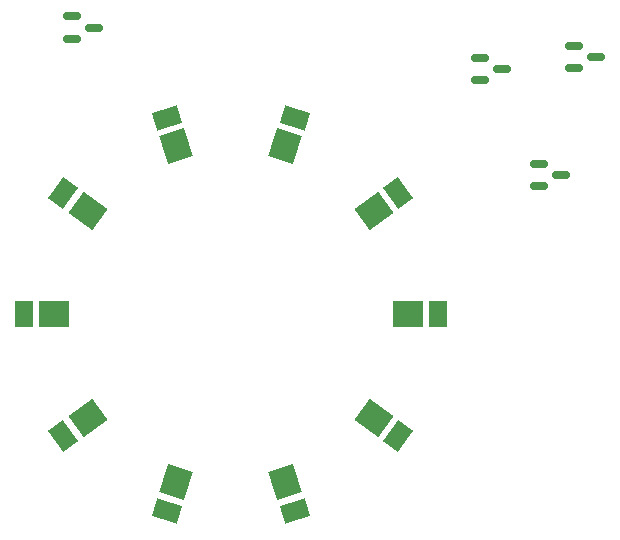
<source format=gtp>
G04 #@! TF.GenerationSoftware,KiCad,Pcbnew,(6.0.9-0)*
G04 #@! TF.CreationDate,2024-08-31T06:56:55+09:00*
G04 #@! TF.ProjectId,LEDHat,4c454448-6174-42e6-9b69-6361645f7063,rev?*
G04 #@! TF.SameCoordinates,Original*
G04 #@! TF.FileFunction,Paste,Top*
G04 #@! TF.FilePolarity,Positive*
%FSLAX46Y46*%
G04 Gerber Fmt 4.6, Leading zero omitted, Abs format (unit mm)*
G04 Created by KiCad (PCBNEW (6.0.9-0)) date 2024-08-31 06:56:55*
%MOMM*%
%LPD*%
G01*
G04 APERTURE LIST*
G04 Aperture macros list*
%AMRoundRect*
0 Rectangle with rounded corners*
0 $1 Rounding radius*
0 $2 $3 $4 $5 $6 $7 $8 $9 X,Y pos of 4 corners*
0 Add a 4 corners polygon primitive as box body*
4,1,4,$2,$3,$4,$5,$6,$7,$8,$9,$2,$3,0*
0 Add four circle primitives for the rounded corners*
1,1,$1+$1,$2,$3*
1,1,$1+$1,$4,$5*
1,1,$1+$1,$6,$7*
1,1,$1+$1,$8,$9*
0 Add four rect primitives between the rounded corners*
20,1,$1+$1,$2,$3,$4,$5,0*
20,1,$1+$1,$4,$5,$6,$7,0*
20,1,$1+$1,$6,$7,$8,$9,0*
20,1,$1+$1,$8,$9,$2,$3,0*%
%AMRotRect*
0 Rectangle, with rotation*
0 The origin of the aperture is its center*
0 $1 length*
0 $2 width*
0 $3 Rotation angle, in degrees counterclockwise*
0 Add horizontal line*
21,1,$1,$2,0,0,$3*%
G04 Aperture macros list end*
%ADD10RotRect,2.500000X2.200000X144.000000*%
%ADD11RotRect,1.550000X2.200000X144.000000*%
%ADD12RotRect,2.500000X2.200000X108.000000*%
%ADD13RotRect,1.550000X2.200000X108.000000*%
%ADD14RoundRect,0.150000X-0.587500X-0.150000X0.587500X-0.150000X0.587500X0.150000X-0.587500X0.150000X0*%
%ADD15RotRect,2.500000X2.200000X216.000000*%
%ADD16RotRect,1.550000X2.200000X216.000000*%
%ADD17RotRect,2.500000X2.200000X252.000000*%
%ADD18RotRect,1.550000X2.200000X252.000000*%
%ADD19R,2.500000X2.200000*%
%ADD20R,1.550000X2.200000*%
%ADD21RotRect,2.500000X2.200000X72.000000*%
%ADD22RotRect,1.550000X2.200000X72.000000*%
%ADD23RotRect,2.500000X2.200000X288.000000*%
%ADD24RotRect,1.550000X2.200000X288.000000*%
%ADD25RotRect,2.500000X2.200000X36.000000*%
%ADD26RotRect,1.550000X2.200000X36.000000*%
%ADD27RotRect,2.500000X2.200000X324.000000*%
%ADD28RotRect,1.550000X2.200000X324.000000*%
G04 APERTURE END LIST*
D10*
X69405196Y-85000000D03*
D11*
X67321977Y-83486452D03*
D12*
X76880196Y-79569094D03*
D13*
X76084477Y-77120124D03*
D14*
X110562500Y-71050000D03*
X110562500Y-72950000D03*
X112437500Y-72000000D03*
X107562500Y-81050000D03*
X107562500Y-82950000D03*
X109437500Y-82000000D03*
X68062500Y-68550000D03*
X68062500Y-70450000D03*
X69937500Y-69500000D03*
D15*
X69380196Y-102574778D03*
D16*
X67296977Y-104088326D03*
D17*
X76880196Y-108005684D03*
D18*
X76084477Y-110454654D03*
D19*
X96500000Y-93787389D03*
D20*
X99075000Y-93787389D03*
D21*
X86119804Y-79569094D03*
D22*
X86915523Y-77120124D03*
D23*
X86119804Y-108005684D03*
D24*
X86915523Y-110454654D03*
D25*
X93594804Y-85000000D03*
D26*
X95678023Y-83486452D03*
D19*
X66550000Y-93787389D03*
D20*
X63975000Y-93787389D03*
D14*
X102562500Y-72050000D03*
X102562500Y-73950000D03*
X104437500Y-73000000D03*
D27*
X93594804Y-102574778D03*
D28*
X95678023Y-104088326D03*
M02*

</source>
